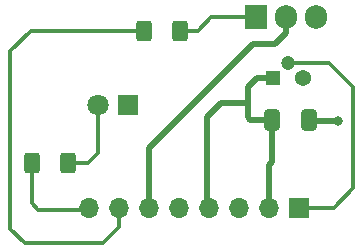
<source format=gbr>
G04 #@! TF.GenerationSoftware,KiCad,Pcbnew,9.0.0*
G04 #@! TF.CreationDate,2025-10-07T06:41:58-03:00*
G04 #@! TF.ProjectId,control temperatura_v3,636f6e74-726f-46c2-9074-656d70657261,rev?*
G04 #@! TF.SameCoordinates,Original*
G04 #@! TF.FileFunction,Copper,L1,Top*
G04 #@! TF.FilePolarity,Positive*
%FSLAX46Y46*%
G04 Gerber Fmt 4.6, Leading zero omitted, Abs format (unit mm)*
G04 Created by KiCad (PCBNEW 9.0.0) date 2025-10-07 06:41:58*
%MOMM*%
%LPD*%
G01*
G04 APERTURE LIST*
G04 Aperture macros list*
%AMRoundRect*
0 Rectangle with rounded corners*
0 $1 Rounding radius*
0 $2 $3 $4 $5 $6 $7 $8 $9 X,Y pos of 4 corners*
0 Add a 4 corners polygon primitive as box body*
4,1,4,$2,$3,$4,$5,$6,$7,$8,$9,$2,$3,0*
0 Add four circle primitives for the rounded corners*
1,1,$1+$1,$2,$3*
1,1,$1+$1,$4,$5*
1,1,$1+$1,$6,$7*
1,1,$1+$1,$8,$9*
0 Add four rect primitives between the rounded corners*
20,1,$1+$1,$2,$3,$4,$5,0*
20,1,$1+$1,$4,$5,$6,$7,0*
20,1,$1+$1,$6,$7,$8,$9,0*
20,1,$1+$1,$8,$9,$2,$3,0*%
G04 Aperture macros list end*
G04 #@! TA.AperFunction,ComponentPad*
%ADD10R,1.700000X1.700000*%
G04 #@! TD*
G04 #@! TA.AperFunction,ComponentPad*
%ADD11O,1.700000X1.700000*%
G04 #@! TD*
G04 #@! TA.AperFunction,SMDPad,CuDef*
%ADD12RoundRect,0.250000X-0.400000X-0.625000X0.400000X-0.625000X0.400000X0.625000X-0.400000X0.625000X0*%
G04 #@! TD*
G04 #@! TA.AperFunction,ComponentPad*
%ADD13R,1.200000X1.200000*%
G04 #@! TD*
G04 #@! TA.AperFunction,ComponentPad*
%ADD14C,1.200000*%
G04 #@! TD*
G04 #@! TA.AperFunction,ComponentPad*
%ADD15C,1.365000*%
G04 #@! TD*
G04 #@! TA.AperFunction,ComponentPad*
%ADD16R,1.800000X1.800000*%
G04 #@! TD*
G04 #@! TA.AperFunction,ComponentPad*
%ADD17C,1.800000*%
G04 #@! TD*
G04 #@! TA.AperFunction,ComponentPad*
%ADD18R,1.905000X2.000000*%
G04 #@! TD*
G04 #@! TA.AperFunction,ComponentPad*
%ADD19O,1.905000X2.000000*%
G04 #@! TD*
G04 #@! TA.AperFunction,SMDPad,CuDef*
%ADD20RoundRect,0.250000X-0.412500X-0.650000X0.412500X-0.650000X0.412500X0.650000X-0.412500X0.650000X0*%
G04 #@! TD*
G04 #@! TA.AperFunction,ViaPad*
%ADD21C,0.800000*%
G04 #@! TD*
G04 #@! TA.AperFunction,Conductor*
%ADD22C,0.300000*%
G04 #@! TD*
G04 #@! TA.AperFunction,Conductor*
%ADD23C,0.500000*%
G04 #@! TD*
G04 APERTURE END LIST*
D10*
X149850000Y-75225000D03*
D11*
X147310000Y-75225000D03*
X144770000Y-75225000D03*
X142230000Y-75225000D03*
X139690000Y-75225000D03*
X137150000Y-75225000D03*
X134610000Y-75225000D03*
X132070000Y-75225000D03*
D12*
X127250000Y-71450000D03*
X130350000Y-71450000D03*
D13*
X147650000Y-64225000D03*
D14*
X148920000Y-62955000D03*
D15*
X150190000Y-64225000D03*
D16*
X135382000Y-66548000D03*
D17*
X132842000Y-66548000D03*
D18*
X146250000Y-59125000D03*
D19*
X148790000Y-59125000D03*
X151330000Y-59125000D03*
D20*
X147562500Y-67800000D03*
X150687500Y-67800000D03*
D12*
X136725000Y-60275000D03*
X139825000Y-60275000D03*
D21*
X153175000Y-67925000D03*
D22*
X132842000Y-66548000D02*
X132842000Y-70608000D01*
X132842000Y-70608000D02*
X132000000Y-71450000D01*
X132000000Y-71450000D02*
X130350000Y-71450000D01*
X154475000Y-73575000D02*
X152825000Y-75225000D01*
X148920000Y-62955000D02*
X152430000Y-62955000D01*
X154475000Y-65000000D02*
X154475000Y-73575000D01*
X152430000Y-62955000D02*
X154475000Y-65000000D01*
X152825000Y-75225000D02*
X149850000Y-75225000D01*
D23*
X153175000Y-67925000D02*
X150812500Y-67925000D01*
X145975000Y-61375000D02*
X147875000Y-61375000D01*
X147875000Y-61375000D02*
X148790000Y-60460000D01*
X137150000Y-70200000D02*
X145975000Y-61375000D01*
X137150000Y-75225000D02*
X137150000Y-70200000D01*
X148790000Y-60460000D02*
X148790000Y-59125000D01*
X145550000Y-67600000D02*
X145550000Y-66406000D01*
X146350000Y-64225000D02*
X145550000Y-65025000D01*
X142125000Y-67575000D02*
X142125000Y-75120000D01*
X145550000Y-66406000D02*
X143294000Y-66406000D01*
X147562500Y-67800000D02*
X145750000Y-67800000D01*
X147562500Y-71387500D02*
X147310000Y-71640000D01*
X147650000Y-64225000D02*
X146350000Y-64225000D01*
X145750000Y-67800000D02*
X145550000Y-67600000D01*
X147562500Y-67800000D02*
X147562500Y-71387500D01*
X145550000Y-65025000D02*
X145550000Y-66406000D01*
X143294000Y-66406000D02*
X142125000Y-67575000D01*
X147310000Y-71640000D02*
X147310000Y-75225000D01*
D22*
X142462000Y-59125000D02*
X141312000Y-60275000D01*
X141312000Y-60275000D02*
X139825000Y-60275000D01*
X146250000Y-59125000D02*
X142462000Y-59125000D01*
X126650000Y-78225000D02*
X126650000Y-78250000D01*
X127150000Y-60275000D02*
X136725000Y-60275000D01*
X134610000Y-75225000D02*
X134610000Y-76890000D01*
X134610000Y-76890000D02*
X133275000Y-78225000D01*
X125450000Y-77050000D02*
X125450000Y-61975000D01*
X133275000Y-78225000D02*
X126650000Y-78225000D01*
X126650000Y-78250000D02*
X125450000Y-77050000D01*
X125450000Y-61975000D02*
X127150000Y-60275000D01*
X127800000Y-75425000D02*
X131870000Y-75425000D01*
X127250000Y-74875000D02*
X127800000Y-75425000D01*
X127250000Y-71450000D02*
X127250000Y-74875000D01*
M02*

</source>
